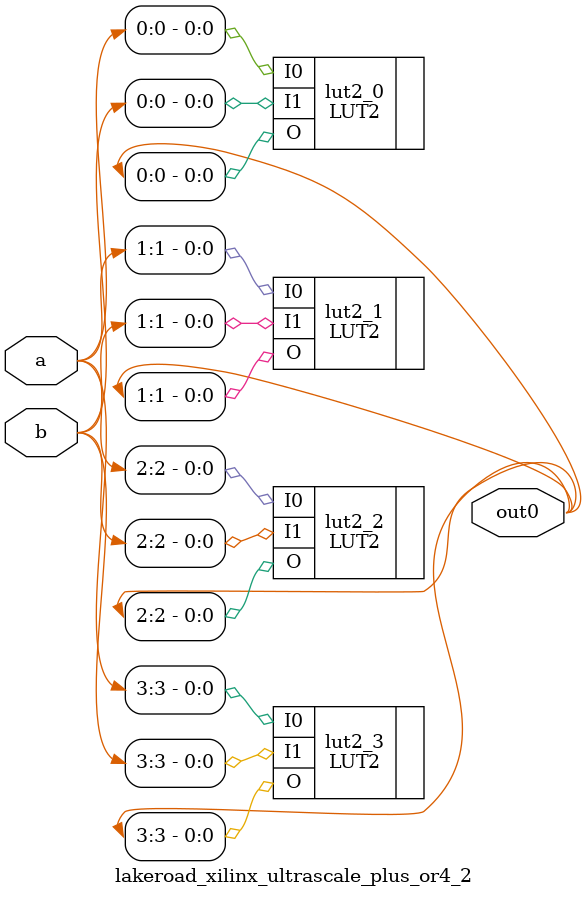
<source format=v>
/* Generated by Yosys 0.15+50 (git sha1 6318db615, x86_64-apple-darwin20.2-clang 10.0.0-4ubuntu1 -fPIC -Os) */

module lakeroad_xilinx_ultrascale_plus_or4_2(a, b, out0);
  input [3:0] a;
  wire [3:0] a;
  input [3:0] b;
  wire [3:0] b;
  output [3:0] out0;
  wire [3:0] out0;
  LUT2 #(
    .INIT(4'he)
  ) lut2_0 (
    .I0(a[0]),
    .I1(b[0]),
    .O(out0[0])
  );
  LUT2 #(
    .INIT(4'he)
  ) lut2_1 (
    .I0(a[1]),
    .I1(b[1]),
    .O(out0[1])
  );
  LUT2 #(
    .INIT(4'he)
  ) lut2_2 (
    .I0(a[2]),
    .I1(b[2]),
    .O(out0[2])
  );
  LUT2 #(
    .INIT(4'he)
  ) lut2_3 (
    .I0(a[3]),
    .I1(b[3]),
    .O(out0[3])
  );
endmodule


</source>
